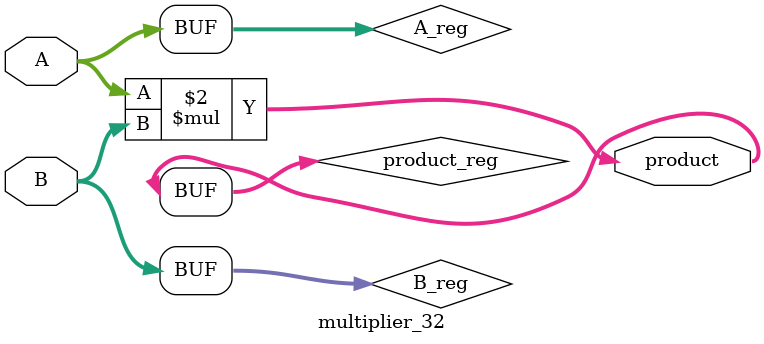
<source format=v>
module multiplier_32(output [63:0] product, input [31:0] A, B);

reg [63:0] product_reg;
reg [31:0] A_reg, B_reg;

always @(*) begin
    product_reg = A_reg * B_reg;
end

always @(A, B) begin
    A_reg = A;
    B_reg = B;
end

assign product = product_reg;

endmodule
</source>
